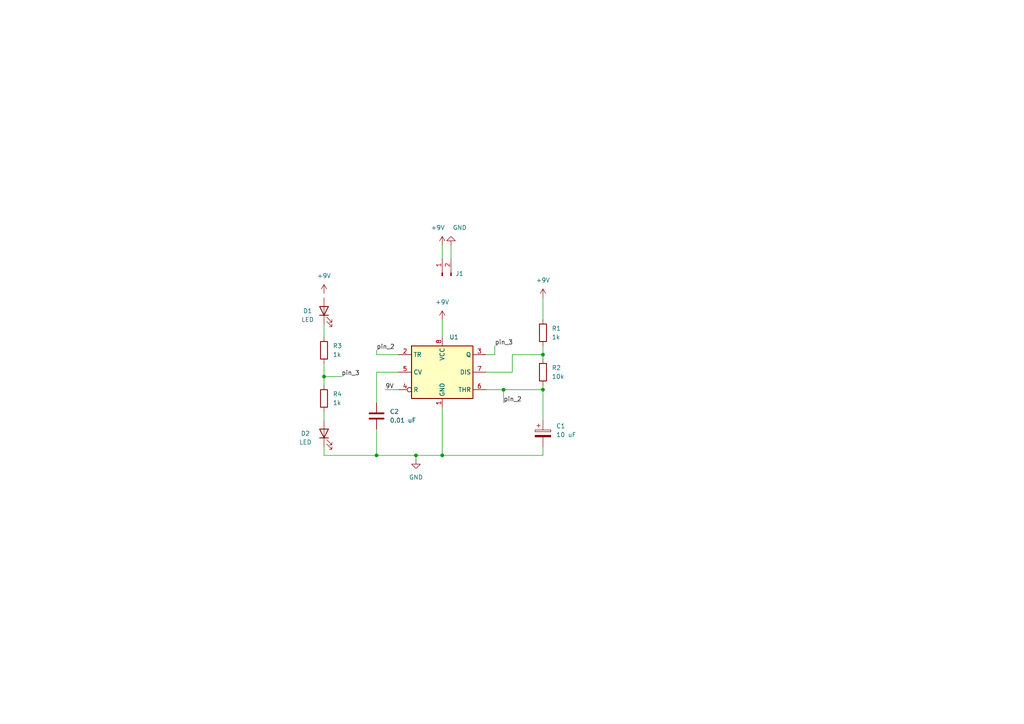
<source format=kicad_sch>
(kicad_sch (version 20211123) (generator eeschema)
  (paper "A4")
  (lib_symbols
    (symbol "Connector:Conn_01x02_Male" (pin_names (offset 1.016) hide)
      (property "Reference" "J" (at 0 2.54 0))
      (property "Value" "Conn_01x02_Male" (at 0 -5.08 0))
      (symbol "Conn_01x02_Male_1_1"
        (polyline (pts (xy 1.27 -2.54) (xy 0.8636 -2.54)) (stroke (width 0.1524)))
        (polyline (pts (xy 1.27 0) (xy 0.8636 0)) (stroke (width 0.1524)))
        (rectangle (start 0.8636 -2.413) (end 0 -2.667) (stroke (width 0.1524)) (fill (type outline)))
        (rectangle (start 0.8636 0.127) (end 0 -0.127) (stroke (width 0.1524)) (fill (type outline)))
        (pin passive line (at 5.08 0 180) (length 3.81) (name "Pin_1") (number "1"))
        (pin passive line (at 5.08 -2.54 180) (length 3.81) (name "Pin_2") (number "2"))
      )
    )
    (symbol "Device:C" (pin_numbers hide) (pin_names (offset 0.254))
      (property "Reference" "C" (at 0.635 2.54 0))
      (property "Value" "C" (at 0.635 -2.54 0))
      (symbol "C_0_1"
        (polyline (pts (xy -2.032 -0.762) (xy 2.032 -0.762)) (stroke (width 0.508)))
        (polyline (pts (xy -2.032 0.762) (xy 2.032 0.762)) (stroke (width 0.508)))
      )
      (symbol "C_1_1"
        (pin passive line (at 0 3.81 270) (length 2.794) (name "~") (number "1"))
        (pin passive line (at 0 -3.81 90) (length 2.794) (name "~") (number "2"))
      )
    )
    (symbol "Device:C_Polarized" (pin_numbers hide) (pin_names (offset 0.254))
      (property "Reference" "C" (at 0.635 2.54 0))
      (property "Value" "C_Polarized" (at 0.635 -2.54 0))
      (symbol "C_Polarized_0_1"
        (rectangle (start -2.286 0.508) (end 2.286 1.016))
        (polyline (pts (xy -1.778 2.286) (xy -0.762 2.286)))
        (polyline (pts (xy -1.27 2.794) (xy -1.27 1.778)))
        (rectangle (start 2.286 -0.508) (end -2.286 -1.016) (fill (type outline)))
      )
      (symbol "C_Polarized_1_1"
        (pin passive line (at 0 3.81 270) (length 2.794) (name "~") (number "1"))
        (pin passive line (at 0 -3.81 90) (length 2.794) (name "~") (number "2"))
      )
    )
    (symbol "Device:LED" (pin_numbers hide) (pin_names (offset 1.016) hide)
      (property "Reference" "D" (at 0 2.54 0))
      (property "Value" "LED" (at 0 -2.54 0))
      (symbol "LED_0_1"
        (polyline (pts (xy -1.27 -1.27) (xy -1.27 1.27)) (stroke (width 0.254)))
        (polyline (pts (xy -1.27 0) (xy 1.27 0)))
        (polyline (pts (xy 1.27 -1.27) (xy 1.27 1.27) (xy -1.27 0) (xy 1.27 -1.27)) (stroke (width 0.254)))
        (polyline (pts (xy -3.048 -0.762) (xy -4.572 -2.286) (xy -3.81 -2.286) (xy -4.572 -2.286) (xy -4.572 -1.524)))
        (polyline (pts (xy -1.778 -0.762) (xy -3.302 -2.286) (xy -2.54 -2.286) (xy -3.302 -2.286) (xy -3.302 -1.524)))
      )
      (symbol "LED_1_1"
        (pin passive line (at -3.81 0 0) (length 2.54) (name "K") (number "1"))
        (pin passive line (at 3.81 0 180) (length 2.54) (name "A") (number "2"))
      )
    )
    (symbol "Device:R" (pin_numbers hide) (pin_names (offset 0))
      (property "Reference" "R" (at 2.032 0 90))
      (property "Value" "R" (at 0 0 90))
      (symbol "R_0_1"
        (rectangle (start -1.016 -2.54) (end 1.016 2.54) (stroke (width 0.254)))
      )
      (symbol "R_1_1"
        (pin passive line (at 0 3.81 270) (length 1.27) (name "~") (number "1"))
        (pin passive line (at 0 -3.81 90) (length 1.27) (name "~") (number "2"))
      )
    )
    (symbol "Timer:NE555D"
      (property "Reference" "U" (at -10.16 8.89 0))
      (property "Value" "NE555D" (at 2.54 8.89 0))
      (symbol "NE555D_0_0"
        (pin power_in line (at 0 -10.16 90) (length 2.54) (name "GND") (number "1"))
        (pin power_in line (at 0 10.16 270) (length 2.54) (name "VCC") (number "8"))
      )
      (symbol "NE555D_0_1"
        (rectangle (start -8.89 -7.62) (end 8.89 7.62) (stroke (width 0.254)) (fill (type background)))
        (rectangle (start -8.89 -7.62) (end 8.89 7.62) (stroke (width 0.254)) (fill (type background)))
      )
      (symbol "NE555D_1_1"
        (pin input line (at -12.7 5.08 0) (length 3.81) (name "TR") (number "2"))
        (pin output line (at 12.7 5.08 180) (length 3.81) (name "Q") (number "3"))
        (pin input inverted (at -12.7 -5.08 0) (length 3.81) (name "R") (number "4"))
        (pin input line (at -12.7 0 0) (length 3.81) (name "CV") (number "5"))
        (pin input line (at 12.7 -5.08 180) (length 3.81) (name "THR") (number "6"))
        (pin input line (at 12.7 0 180) (length 3.81) (name "DIS") (number "7"))
      )
    )
    (symbol "power:+9V" (power) (pin_names (offset 0))
      (property "Value" "+9V" (at 0 3.556 0))
      (symbol "+9V_0_1"
        (polyline (pts (xy -0.762 1.27) (xy 0 2.54)))
        (polyline (pts (xy 0 0) (xy 0 2.54)))
        (polyline (pts (xy 0 2.54) (xy 0.762 1.27)))
      )
      (symbol "+9V_1_1"
        (pin power_in line (at 0 0 90) (length 0) hide (name "+9V") (number "1"))
      )
    )
    (symbol "power:GND" (power) (pin_names (offset 0))
      (property "Value" "GND" (at 0 -3.81 0))
      (symbol "GND_0_1"
        (polyline (pts (xy 0 0) (xy 0 -1.27) (xy 1.27 -1.27) (xy 0 -2.54) (xy -1.27 -1.27) (xy 0 -1.27)))
      )
      (symbol "GND_1_1"
        (pin power_in line (at 0 0 270) (length 0) hide (name "GND") (number "1"))
      )
    )
  )
  (junction (at 157.48 113.03))
  (junction (at 157.48 102.87))
  (junction (at 128.27 132.08))
  (junction (at 109.22 132.08))
  (junction (at 146.05 113.03))
  (junction (at 120.65 132.08))
  (junction (at 93.98 109.22))
  (wire (pts (xy 128.27 71.12) (xy 128.27 74.93)))
  (wire (pts (xy 120.65 132.08) (xy 128.27 132.08)))
  (wire (pts (xy 93.98 109.22) (xy 99.06 109.22)))
  (wire (pts (xy 93.98 105.41) (xy 93.98 109.22)))
  (wire (pts (xy 146.05 113.03) (xy 157.48 113.03)))
  (wire (pts (xy 109.22 124.46) (xy 109.22 132.08)))
  (wire (pts (xy 157.48 111.76) (xy 157.48 113.03)))
  (wire (pts (xy 146.05 113.03) (xy 146.05 116.84)))
  (wire (pts (xy 148.59 107.95) (xy 148.59 102.87)))
  (wire (pts (xy 148.59 102.87) (xy 157.48 102.87)))
  (wire (pts (xy 115.57 102.87) (xy 109.22 102.87)))
  (wire (pts (xy 109.22 107.95) (xy 109.22 116.84)))
  (wire (pts (xy 93.98 93.98) (xy 93.98 97.79)))
  (wire (pts (xy 128.27 92.71) (xy 128.27 97.79)))
  (wire (pts (xy 93.98 132.08) (xy 109.22 132.08)))
  (wire (pts (xy 157.48 132.08) (xy 157.48 129.54)))
  (wire (pts (xy 157.48 102.87) (xy 157.48 104.14)))
  (wire (pts (xy 115.57 107.95) (xy 109.22 107.95)))
  (wire (pts (xy 120.65 132.08) (xy 120.65 133.35)))
  (wire (pts (xy 93.98 109.22) (xy 93.98 111.76)))
  (wire (pts (xy 157.48 100.33) (xy 157.48 102.87)))
  (wire (pts (xy 109.22 132.08) (xy 120.65 132.08)))
  (wire (pts (xy 109.22 101.6) (xy 109.22 102.87)))
  (wire (pts (xy 140.97 113.03) (xy 146.05 113.03)))
  (wire (pts (xy 143.51 100.33) (xy 143.51 102.87)))
  (wire (pts (xy 157.48 86.36) (xy 157.48 92.71)))
  (wire (pts (xy 128.27 118.11) (xy 128.27 132.08)))
  (wire (pts (xy 140.97 102.87) (xy 143.51 102.87)))
  (wire (pts (xy 157.48 113.03) (xy 157.48 121.92)))
  (wire (pts (xy 140.97 107.95) (xy 148.59 107.95)))
  (wire (pts (xy 128.27 132.08) (xy 157.48 132.08)))
  (wire (pts (xy 93.98 129.54) (xy 93.98 132.08)))
  (wire (pts (xy 130.81 71.12) (xy 130.81 74.93)))
  (wire (pts (xy 93.98 119.38) (xy 93.98 121.92)))
  (wire (pts (xy 111.76 113.03) (xy 115.57 113.03)))
  (label "9V" (at 111.76 113.03 0))
  (label "pin_2" (at 109.22 101.6 0))
  (label "pin_3" (at 99.06 109.22 0))
  (label "pin_2" (at 146.05 116.84 0))
  (label "pin_3" (at 143.51 100.33 0))
  (symbol (lib_id "power:+9V") (at 93.98 85.09 0) (unit 1)
    (property "Reference" "#PWR03" (effects hide))
    (property "Value" "+9V" (at 93.98 80.01 0))
  )
  (symbol (lib_id "Device:R") (at 93.98 101.6 0) (unit 1)
    (property "Reference" "R3" (at 96.52 100.3299 0) (effects (justify left)))
    (property "Value" "1k" (at 96.52 102.8699 0) (effects (justify left)))
  )
  (symbol (lib_id "Timer:NE555D") (at 128.27 107.95 0) (unit 1)
    (property "Reference" "U1" (at 130.2894 97.79 0) (effects (justify left)))
    (property "Value" "NE555D" (effects hide))
    (property "Footprint" "Package_SO:SOIC-8_3.9x4.9mm_P1.27mm" (effects hide))
    (property "Datasheet" "http://www.ti.com/lit/ds/symlink/ne555.pdf" (effects hide))
  )
  (symbol (lib_id "power:+9V") (at 128.27 71.12 0) (unit 1)
    (property "Reference" "#PWR01" (effects hide))
    (property "Value" "+9V" (at 127 66.04 0))
  )
  (symbol (lib_id "Device:LED") (at 93.98 90.17 90) (unit 1)
    (property "Reference" "LED" (at 89.2175 92.71 90))
    (property "Value" "D1" (at 89.2175 90.17 90))
  )
  (symbol (lib_id "power:+9V") (at 157.48 86.36 0) (unit 1)
    (property "Reference" "#PWR04" (effects hide))
    (property "Value" "+9V" (at 157.48 81.28 0))
  )
  (symbol (lib_id "Device:C_Polarized") (at 157.48 125.73 0) (unit 1)
    (property "Reference" "C1" (at 161.29 123.5709 0) (effects (justify left)))
    (property "Value" "10 uF" (at 161.29 126.1109 0) (effects (justify left)))
  )
  (symbol (lib_id "power:+9V") (at 128.27 92.71 0) (unit 1)
    (property "Reference" "#PWR05" (effects hide))
    (property "Value" "+9V" (at 128.27 87.63 0))
  )
  (symbol (lib_id "Connector:Conn_01x02_Male") (at 128.27 80.01 90) (unit 1)
    (property "Reference" "J1" (at 132.08 79.3749 90) (effects (justify right)))
    (property "Value" "Conn_01x02_Male" (effects hide))
  )
  (symbol (lib_id "power:GND") (at 120.65 133.35 0) (unit 1)
    (property "Reference" "#PWR06" (effects hide))
    (property "Value" "GND" (at 120.65 138.43 0))
  )
  (symbol (lib_id "Device:R") (at 157.48 107.95 0) (unit 1)
    (property "Reference" "R2" (at 160.02 106.6799 0) (effects (justify left)))
    (property "Value" "10k" (at 160.02 109.2199 0) (effects (justify left)))
  )
  (symbol (lib_id "Device:C") (at 109.22 120.65 0) (unit 1)
    (property "Reference" "C2" (at 113.03 119.3799 0) (effects (justify left)))
    (property "Value" "0.01 uF" (at 113.03 121.9199 0) (effects (justify left)))
  )
  (symbol (lib_id "power:GND") (at 130.81 71.12 0) (mirror x) (unit 1)
    (property "Reference" "#PWR02" (effects hide))
    (property "Value" "GND" (at 133.35 66.04 0))
  )
  (symbol (lib_id "Device:LED") (at 93.98 125.73 90) (unit 1)
    (property "Reference" "D2" (at 88.5825 125.73 90))
    (property "Value" "LED" (at 88.5825 128.27 90))
  )
  (symbol (lib_id "Device:R") (at 93.98 115.57 0) (unit 1)
    (property "Reference" "R4" (at 96.52 114.2999 0) (effects (justify left)))
    (property "Value" "1k" (at 96.52 116.8399 0) (effects (justify left)))
  )
  (symbol (lib_id "Device:R") (at 157.48 96.52 0) (unit 1)
    (property "Reference" "R1" (at 160.02 95.2499 0) (effects (justify left)))
    (property "Value" "1k" (at 160.02 97.7899 0) (effects (justify left)))
  )
)
</source>
